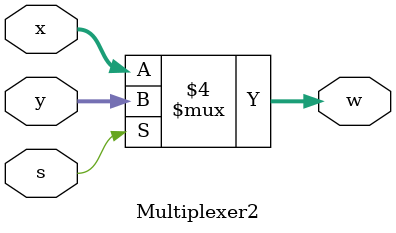
<source format=v>
module Multiplexer2(
 input [31:0] x, y,
 input s,
 output reg [31:0] w);
 
 always @(s) begin
	
	if(s == 0) begin
		w <= x;
	end else begin 
		w <= y;
	end
end 

endmodule 

</source>
